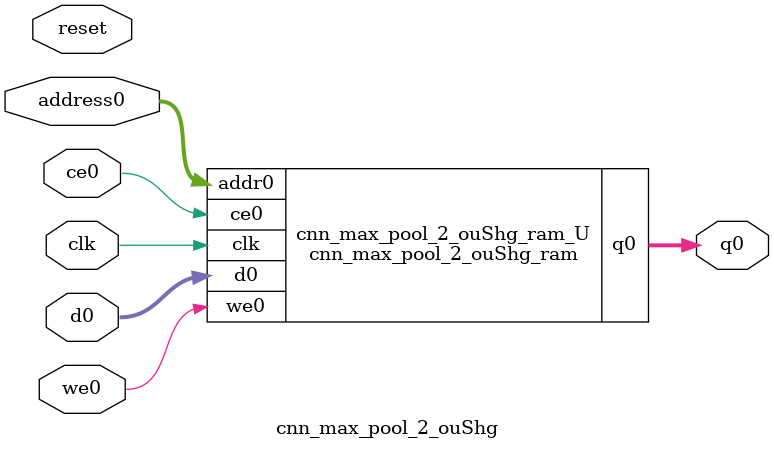
<source format=v>
`timescale 1 ns / 1 ps
module cnn_max_pool_2_ouShg_ram (addr0, ce0, d0, we0, q0,  clk);

parameter DWIDTH = 14;
parameter AWIDTH = 9;
parameter MEM_SIZE = 400;

input[AWIDTH-1:0] addr0;
input ce0;
input[DWIDTH-1:0] d0;
input we0;
output reg[DWIDTH-1:0] q0;
input clk;

(* ram_style = "block" *)reg [DWIDTH-1:0] ram[0:MEM_SIZE-1];




always @(posedge clk)  
begin 
    if (ce0) 
    begin
        if (we0) 
        begin 
            ram[addr0] <= d0; 
        end 
        q0 <= ram[addr0];
    end
end


endmodule

`timescale 1 ns / 1 ps
module cnn_max_pool_2_ouShg(
    reset,
    clk,
    address0,
    ce0,
    we0,
    d0,
    q0);

parameter DataWidth = 32'd14;
parameter AddressRange = 32'd400;
parameter AddressWidth = 32'd9;
input reset;
input clk;
input[AddressWidth - 1:0] address0;
input ce0;
input we0;
input[DataWidth - 1:0] d0;
output[DataWidth - 1:0] q0;



cnn_max_pool_2_ouShg_ram cnn_max_pool_2_ouShg_ram_U(
    .clk( clk ),
    .addr0( address0 ),
    .ce0( ce0 ),
    .we0( we0 ),
    .d0( d0 ),
    .q0( q0 ));

endmodule


</source>
